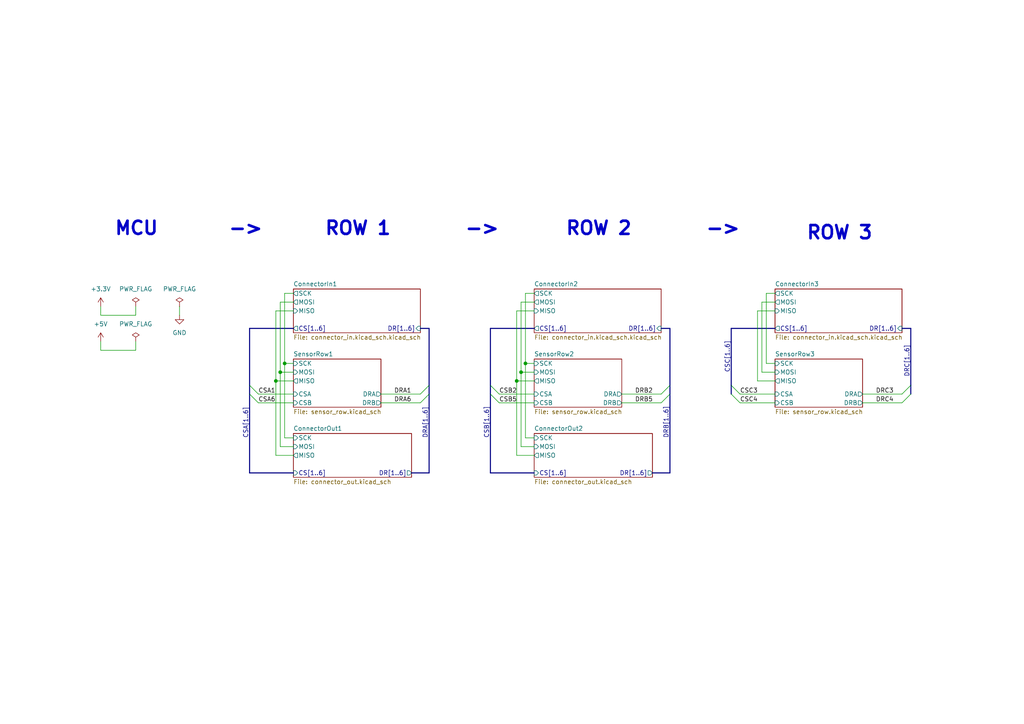
<source format=kicad_sch>
(kicad_sch (version 20230121) (generator eeschema)

  (uuid f9afaad8-ec12-4acb-8555-4f24af8e63da)

  (paper "A4")

  (lib_symbols
    (symbol "power:+3.3V" (power) (pin_names (offset 0)) (in_bom yes) (on_board yes)
      (property "Reference" "#PWR" (at 0 -3.81 0)
        (effects (font (size 1.27 1.27)) hide)
      )
      (property "Value" "+3.3V" (at 0 3.556 0)
        (effects (font (size 1.27 1.27)))
      )
      (property "Footprint" "" (at 0 0 0)
        (effects (font (size 1.27 1.27)) hide)
      )
      (property "Datasheet" "" (at 0 0 0)
        (effects (font (size 1.27 1.27)) hide)
      )
      (property "ki_keywords" "global power" (at 0 0 0)
        (effects (font (size 1.27 1.27)) hide)
      )
      (property "ki_description" "Power symbol creates a global label with name \"+3.3V\"" (at 0 0 0)
        (effects (font (size 1.27 1.27)) hide)
      )
      (symbol "+3.3V_0_1"
        (polyline
          (pts
            (xy -0.762 1.27)
            (xy 0 2.54)
          )
          (stroke (width 0) (type default))
          (fill (type none))
        )
        (polyline
          (pts
            (xy 0 0)
            (xy 0 2.54)
          )
          (stroke (width 0) (type default))
          (fill (type none))
        )
        (polyline
          (pts
            (xy 0 2.54)
            (xy 0.762 1.27)
          )
          (stroke (width 0) (type default))
          (fill (type none))
        )
      )
      (symbol "+3.3V_1_1"
        (pin power_in line (at 0 0 90) (length 0) hide
          (name "+3.3V" (effects (font (size 1.27 1.27))))
          (number "1" (effects (font (size 1.27 1.27))))
        )
      )
    )
    (symbol "power:+5V" (power) (pin_names (offset 0)) (in_bom yes) (on_board yes)
      (property "Reference" "#PWR" (at 0 -3.81 0)
        (effects (font (size 1.27 1.27)) hide)
      )
      (property "Value" "+5V" (at 0 3.556 0)
        (effects (font (size 1.27 1.27)))
      )
      (property "Footprint" "" (at 0 0 0)
        (effects (font (size 1.27 1.27)) hide)
      )
      (property "Datasheet" "" (at 0 0 0)
        (effects (font (size 1.27 1.27)) hide)
      )
      (property "ki_keywords" "global power" (at 0 0 0)
        (effects (font (size 1.27 1.27)) hide)
      )
      (property "ki_description" "Power symbol creates a global label with name \"+5V\"" (at 0 0 0)
        (effects (font (size 1.27 1.27)) hide)
      )
      (symbol "+5V_0_1"
        (polyline
          (pts
            (xy -0.762 1.27)
            (xy 0 2.54)
          )
          (stroke (width 0) (type default))
          (fill (type none))
        )
        (polyline
          (pts
            (xy 0 0)
            (xy 0 2.54)
          )
          (stroke (width 0) (type default))
          (fill (type none))
        )
        (polyline
          (pts
            (xy 0 2.54)
            (xy 0.762 1.27)
          )
          (stroke (width 0) (type default))
          (fill (type none))
        )
      )
      (symbol "+5V_1_1"
        (pin power_in line (at 0 0 90) (length 0) hide
          (name "+5V" (effects (font (size 1.27 1.27))))
          (number "1" (effects (font (size 1.27 1.27))))
        )
      )
    )
    (symbol "power:GND" (power) (pin_names (offset 0)) (in_bom yes) (on_board yes)
      (property "Reference" "#PWR" (at 0 -6.35 0)
        (effects (font (size 1.27 1.27)) hide)
      )
      (property "Value" "GND" (at 0 -3.81 0)
        (effects (font (size 1.27 1.27)))
      )
      (property "Footprint" "" (at 0 0 0)
        (effects (font (size 1.27 1.27)) hide)
      )
      (property "Datasheet" "" (at 0 0 0)
        (effects (font (size 1.27 1.27)) hide)
      )
      (property "ki_keywords" "global power" (at 0 0 0)
        (effects (font (size 1.27 1.27)) hide)
      )
      (property "ki_description" "Power symbol creates a global label with name \"GND\" , ground" (at 0 0 0)
        (effects (font (size 1.27 1.27)) hide)
      )
      (symbol "GND_0_1"
        (polyline
          (pts
            (xy 0 0)
            (xy 0 -1.27)
            (xy 1.27 -1.27)
            (xy 0 -2.54)
            (xy -1.27 -1.27)
            (xy 0 -1.27)
          )
          (stroke (width 0) (type default))
          (fill (type none))
        )
      )
      (symbol "GND_1_1"
        (pin power_in line (at 0 0 270) (length 0) hide
          (name "GND" (effects (font (size 1.27 1.27))))
          (number "1" (effects (font (size 1.27 1.27))))
        )
      )
    )
    (symbol "power:PWR_FLAG" (power) (pin_numbers hide) (pin_names (offset 0) hide) (in_bom yes) (on_board yes)
      (property "Reference" "#FLG" (at 0 1.905 0)
        (effects (font (size 1.27 1.27)) hide)
      )
      (property "Value" "PWR_FLAG" (at 0 3.81 0)
        (effects (font (size 1.27 1.27)))
      )
      (property "Footprint" "" (at 0 0 0)
        (effects (font (size 1.27 1.27)) hide)
      )
      (property "Datasheet" "~" (at 0 0 0)
        (effects (font (size 1.27 1.27)) hide)
      )
      (property "ki_keywords" "flag power" (at 0 0 0)
        (effects (font (size 1.27 1.27)) hide)
      )
      (property "ki_description" "Special symbol for telling ERC where power comes from" (at 0 0 0)
        (effects (font (size 1.27 1.27)) hide)
      )
      (symbol "PWR_FLAG_0_0"
        (pin power_out line (at 0 0 90) (length 0)
          (name "pwr" (effects (font (size 1.27 1.27))))
          (number "1" (effects (font (size 1.27 1.27))))
        )
      )
      (symbol "PWR_FLAG_0_1"
        (polyline
          (pts
            (xy 0 0)
            (xy 0 1.27)
            (xy -1.016 1.905)
            (xy 0 2.54)
            (xy 1.016 1.905)
            (xy 0 1.27)
          )
          (stroke (width 0) (type default))
          (fill (type none))
        )
      )
    )
  )

  (junction (at 152.4 105.41) (diameter 0) (color 0 0 0 0)
    (uuid 582c9f8a-db50-4ae4-a4f9-b97a255e2690)
  )
  (junction (at 149.86 110.49) (diameter 0) (color 0 0 0 0)
    (uuid 6ec81d54-1028-42ab-873d-f30e799361ca)
  )
  (junction (at 82.55 105.41) (diameter 0) (color 0 0 0 0)
    (uuid 9efb5009-b67a-403e-ac6d-a30dc982e676)
  )
  (junction (at 81.28 107.95) (diameter 0) (color 0 0 0 0)
    (uuid c8df350f-cc8a-419c-adb9-24128d528582)
  )
  (junction (at 80.01 110.49) (diameter 0) (color 0 0 0 0)
    (uuid ee75d072-154e-4d68-8500-1f4ee858be88)
  )
  (junction (at 151.13 107.95) (diameter 0) (color 0 0 0 0)
    (uuid f525da03-2eda-4c3a-bb7d-fc45a1b7df13)
  )

  (bus_entry (at 212.09 111.76) (size 2.54 2.54)
    (stroke (width 0) (type default))
    (uuid 09ecbc82-dea6-4efb-bbc8-4055f9e49b32)
  )
  (bus_entry (at 121.92 116.84) (size 2.54 -2.54)
    (stroke (width 0) (type default))
    (uuid 1d5ed7fa-ea83-45b0-a3a5-eb78b12302e2)
  )
  (bus_entry (at 191.77 114.3) (size 2.54 -2.54)
    (stroke (width 0) (type default))
    (uuid 2f1f7555-99f1-454d-a19d-4c532021a181)
  )
  (bus_entry (at 121.92 114.3) (size 2.54 -2.54)
    (stroke (width 0) (type default))
    (uuid 5d28b611-5c9e-48a5-94f5-5946e2968441)
  )
  (bus_entry (at 142.24 111.76) (size 2.54 2.54)
    (stroke (width 0) (type default))
    (uuid 5d710970-1231-455c-b0d4-34d08d4f5014)
  )
  (bus_entry (at 212.09 114.3) (size 2.54 2.54)
    (stroke (width 0) (type default))
    (uuid 8a2c48af-2772-4942-8a60-af7aeda4df7e)
  )
  (bus_entry (at 261.62 114.3) (size 2.54 -2.54)
    (stroke (width 0) (type default))
    (uuid b5595d04-6f03-4867-9ffe-cf4fee104b1f)
  )
  (bus_entry (at 72.39 111.76) (size 2.54 2.54)
    (stroke (width 0) (type default))
    (uuid ca4f8ab2-dc42-41c3-94da-d083bf42e2ca)
  )
  (bus_entry (at 72.39 114.3) (size 2.54 2.54)
    (stroke (width 0) (type default))
    (uuid ce50fdc3-82c0-4133-82fc-ce1bc83d7b3e)
  )
  (bus_entry (at 142.24 114.3) (size 2.54 2.54)
    (stroke (width 0) (type default))
    (uuid ea2cb9cf-5e2b-4f42-918c-4e8b54fa6c73)
  )
  (bus_entry (at 261.62 116.84) (size 2.54 -2.54)
    (stroke (width 0) (type default))
    (uuid ea62e4c9-67e5-4ce0-9978-3060ef784c28)
  )
  (bus_entry (at 191.77 116.84) (size 2.54 -2.54)
    (stroke (width 0) (type default))
    (uuid ed6e722b-6cf1-415c-a91a-daf90c1a2f85)
  )

  (wire (pts (xy 224.79 105.41) (xy 222.25 105.41))
    (stroke (width 0) (type default))
    (uuid 00ca954a-67dc-4f34-b167-7fb434c5e31f)
  )
  (wire (pts (xy 144.78 116.84) (xy 154.94 116.84))
    (stroke (width 0) (type default))
    (uuid 01c89ae3-b53c-4e20-97b3-2d3f13c559b1)
  )
  (wire (pts (xy 39.37 88.9) (xy 39.37 91.44))
    (stroke (width 0) (type default))
    (uuid 023242fc-bc69-49f8-9789-2145cb0d5a11)
  )
  (wire (pts (xy 151.13 129.54) (xy 151.13 107.95))
    (stroke (width 0) (type default))
    (uuid 032d9761-4998-401f-a1ba-f45d28b8d6d2)
  )
  (bus (pts (xy 191.77 95.25) (xy 194.31 95.25))
    (stroke (width 0) (type default))
    (uuid 079d6537-7cd1-4619-bf58-d99578104259)
  )

  (wire (pts (xy 82.55 105.41) (xy 82.55 85.09))
    (stroke (width 0) (type default))
    (uuid 0897be85-40d0-46cf-b488-1459ebd477c0)
  )
  (wire (pts (xy 219.71 110.49) (xy 224.79 110.49))
    (stroke (width 0) (type default))
    (uuid 0c9a0425-5b43-4d11-8fdf-89ce13e2670e)
  )
  (wire (pts (xy 152.4 105.41) (xy 152.4 85.09))
    (stroke (width 0) (type default))
    (uuid 0fa0385c-d57e-4388-8595-32177c9e63a6)
  )
  (wire (pts (xy 81.28 87.63) (xy 81.28 107.95))
    (stroke (width 0) (type default))
    (uuid 101b84a9-4827-4a27-a893-98c6e85ea17b)
  )
  (bus (pts (xy 142.24 114.3) (xy 142.24 137.16))
    (stroke (width 0) (type default))
    (uuid 1a209182-041a-4876-9ab8-8973a3f57bf5)
  )

  (wire (pts (xy 29.21 91.44) (xy 29.21 88.9))
    (stroke (width 0) (type default))
    (uuid 214b517f-4f8e-432d-a31d-adae99e98f34)
  )
  (bus (pts (xy 72.39 114.3) (xy 72.39 137.16))
    (stroke (width 0) (type default))
    (uuid 2267e1cd-b771-4e9f-8e2f-51508862117a)
  )

  (wire (pts (xy 222.25 85.09) (xy 224.79 85.09))
    (stroke (width 0) (type default))
    (uuid 22fc6599-66fa-44f3-aba0-b1f8c8ac5ba9)
  )
  (wire (pts (xy 154.94 87.63) (xy 151.13 87.63))
    (stroke (width 0) (type default))
    (uuid 230deea4-a4eb-47a7-b6e0-4c5ba2f0597a)
  )
  (wire (pts (xy 85.09 90.17) (xy 80.01 90.17))
    (stroke (width 0) (type default))
    (uuid 251a06fe-6d39-4b5e-a8f8-271132c0b0f6)
  )
  (wire (pts (xy 152.4 105.41) (xy 152.4 127))
    (stroke (width 0) (type default))
    (uuid 2a06279a-cd9c-4012-a788-a580786e3f96)
  )
  (wire (pts (xy 149.86 90.17) (xy 149.86 110.49))
    (stroke (width 0) (type default))
    (uuid 2bb9a7d8-4490-456b-b8e9-ea7b34c66f1e)
  )
  (wire (pts (xy 80.01 110.49) (xy 85.09 110.49))
    (stroke (width 0) (type default))
    (uuid 2cc201f4-9efc-4711-9e53-9e8d25793ac6)
  )
  (bus (pts (xy 212.09 111.76) (xy 212.09 114.3))
    (stroke (width 0) (type default))
    (uuid 334d436d-cf6b-4341-9954-72fddbc5ed30)
  )
  (bus (pts (xy 72.39 95.25) (xy 72.39 111.76))
    (stroke (width 0) (type default))
    (uuid 34b1cd90-d3a7-4f00-a7d8-2c1189bdba93)
  )

  (wire (pts (xy 151.13 107.95) (xy 154.94 107.95))
    (stroke (width 0) (type default))
    (uuid 37bc521f-528f-4924-9421-0cc48ea39cd5)
  )
  (wire (pts (xy 250.19 116.84) (xy 261.62 116.84))
    (stroke (width 0) (type default))
    (uuid 39a262de-c083-4d20-b7ee-d68093b77c6a)
  )
  (bus (pts (xy 142.24 111.76) (xy 142.24 114.3))
    (stroke (width 0) (type default))
    (uuid 40bf0b7f-a807-4618-ba3d-3c1bd2c0ffed)
  )
  (bus (pts (xy 261.62 95.25) (xy 264.16 95.25))
    (stroke (width 0) (type default))
    (uuid 4128f2bb-c546-4cd9-afda-51dbf7e68805)
  )

  (wire (pts (xy 110.49 116.84) (xy 121.92 116.84))
    (stroke (width 0) (type default))
    (uuid 44f72eac-213e-49f2-94c6-4d54199dcc88)
  )
  (wire (pts (xy 80.01 132.08) (xy 85.09 132.08))
    (stroke (width 0) (type default))
    (uuid 478e5b04-c021-4fdb-9eea-ee2b0767ff25)
  )
  (wire (pts (xy 144.78 114.3) (xy 154.94 114.3))
    (stroke (width 0) (type default))
    (uuid 49eb7323-1d5e-440a-95d4-6e42c3596c29)
  )
  (wire (pts (xy 180.34 116.84) (xy 191.77 116.84))
    (stroke (width 0) (type default))
    (uuid 4cb2e107-0b81-4eaa-a16f-3ebb7e77d059)
  )
  (bus (pts (xy 142.24 137.16) (xy 154.94 137.16))
    (stroke (width 0) (type default))
    (uuid 4d884d8a-5c78-4d23-bf81-19647706a0b6)
  )
  (bus (pts (xy 194.31 95.25) (xy 194.31 111.76))
    (stroke (width 0) (type default))
    (uuid 4debac84-7750-4161-8d9f-0a5407701a5e)
  )

  (wire (pts (xy 250.19 114.3) (xy 261.62 114.3))
    (stroke (width 0) (type default))
    (uuid 57fada5f-28ff-46d4-9eb0-481fb0b85d47)
  )
  (wire (pts (xy 224.79 90.17) (xy 219.71 90.17))
    (stroke (width 0) (type default))
    (uuid 5915feb2-3617-4a93-907b-f43aba5676bf)
  )
  (bus (pts (xy 72.39 95.25) (xy 85.09 95.25))
    (stroke (width 0) (type default))
    (uuid 5a8ad2c8-5948-4d9c-96ad-24b7bb5e509b)
  )

  (wire (pts (xy 154.94 129.54) (xy 151.13 129.54))
    (stroke (width 0) (type default))
    (uuid 66cdbd42-559d-43e8-8fcf-2cd54512d76f)
  )
  (bus (pts (xy 212.09 95.25) (xy 212.09 111.76))
    (stroke (width 0) (type default))
    (uuid 6935424b-f1f6-4932-b872-eb54047f49a1)
  )

  (wire (pts (xy 224.79 87.63) (xy 220.98 87.63))
    (stroke (width 0) (type default))
    (uuid 6973aa31-7a53-4c39-ac2c-55a13e9a15f7)
  )
  (wire (pts (xy 85.09 87.63) (xy 81.28 87.63))
    (stroke (width 0) (type default))
    (uuid 76483fa1-48e4-4a42-9e89-0f6b41d9d53c)
  )
  (bus (pts (xy 124.46 111.76) (xy 124.46 114.3))
    (stroke (width 0) (type default))
    (uuid 7690bee5-0abf-4b4e-8d61-c4b784350e49)
  )
  (bus (pts (xy 194.31 111.76) (xy 194.31 114.3))
    (stroke (width 0) (type default))
    (uuid 7952fc49-e946-4612-a2ad-cc4b4f4184f0)
  )

  (wire (pts (xy 52.07 88.9) (xy 52.07 91.44))
    (stroke (width 0) (type default))
    (uuid 7d4ad9a9-aaa8-4225-8f9a-9242f030575d)
  )
  (wire (pts (xy 82.55 105.41) (xy 82.55 127))
    (stroke (width 0) (type default))
    (uuid 828b048a-4c77-438a-a60c-887b24f3b985)
  )
  (wire (pts (xy 220.98 107.95) (xy 224.79 107.95))
    (stroke (width 0) (type default))
    (uuid 84443bed-b03a-45aa-a440-e1eeb38dc1cc)
  )
  (bus (pts (xy 124.46 114.3) (xy 124.46 137.16))
    (stroke (width 0) (type default))
    (uuid 9044a347-1392-47fa-9106-7ada5d790379)
  )

  (wire (pts (xy 110.49 114.3) (xy 121.92 114.3))
    (stroke (width 0) (type default))
    (uuid 93ad54fc-6bfa-449f-bc45-5a426ecff172)
  )
  (bus (pts (xy 124.46 95.25) (xy 124.46 111.76))
    (stroke (width 0) (type default))
    (uuid 957f87b0-7460-4681-910b-ed99b4b716c2)
  )
  (bus (pts (xy 194.31 137.16) (xy 189.23 137.16))
    (stroke (width 0) (type default))
    (uuid 96343d2b-73f5-43fc-9174-1dafe03caf4e)
  )

  (wire (pts (xy 149.86 110.49) (xy 149.86 132.08))
    (stroke (width 0) (type default))
    (uuid 963d08f8-0d13-493a-a25d-280dbec2c1ef)
  )
  (bus (pts (xy 142.24 95.25) (xy 154.94 95.25))
    (stroke (width 0) (type default))
    (uuid 971206bc-dabd-4d6d-89a9-6461c38f9e8d)
  )

  (wire (pts (xy 154.94 90.17) (xy 149.86 90.17))
    (stroke (width 0) (type default))
    (uuid 97dfef9e-67b6-485e-a289-83a793bee81b)
  )
  (wire (pts (xy 82.55 127) (xy 85.09 127))
    (stroke (width 0) (type default))
    (uuid 9a0b5cb8-3d50-4193-913c-82cf68c7d701)
  )
  (wire (pts (xy 219.71 90.17) (xy 219.71 110.49))
    (stroke (width 0) (type default))
    (uuid 9c1b8ef5-ded0-4a4c-ab77-fb47841fa153)
  )
  (wire (pts (xy 214.63 116.84) (xy 224.79 116.84))
    (stroke (width 0) (type default))
    (uuid a3b82e2e-d3cf-41b2-a61a-9a575bf1e1d5)
  )
  (wire (pts (xy 149.86 110.49) (xy 154.94 110.49))
    (stroke (width 0) (type default))
    (uuid a93f8697-3c1d-4e94-933f-7373da65d70d)
  )
  (wire (pts (xy 74.93 116.84) (xy 85.09 116.84))
    (stroke (width 0) (type default))
    (uuid ab3f604a-ca5f-40d3-95ca-036d0ae31980)
  )
  (wire (pts (xy 220.98 87.63) (xy 220.98 107.95))
    (stroke (width 0) (type default))
    (uuid b0babd17-1fc7-4f5e-9ea3-dc24ed42ee08)
  )
  (wire (pts (xy 80.01 110.49) (xy 80.01 132.08))
    (stroke (width 0) (type default))
    (uuid b13e1785-d67d-4a5e-89e5-df86e7f34e87)
  )
  (wire (pts (xy 85.09 105.41) (xy 82.55 105.41))
    (stroke (width 0) (type default))
    (uuid b2ed3aef-cc92-4e6e-ba39-0744b3f178ce)
  )
  (bus (pts (xy 121.92 95.25) (xy 124.46 95.25))
    (stroke (width 0) (type default))
    (uuid b313d0e5-30c5-48ff-81a2-91d2ff7c3c44)
  )

  (wire (pts (xy 81.28 107.95) (xy 85.09 107.95))
    (stroke (width 0) (type default))
    (uuid b3f8f3a0-a004-4273-a721-17c9d0b61f24)
  )
  (wire (pts (xy 85.09 129.54) (xy 81.28 129.54))
    (stroke (width 0) (type default))
    (uuid b404045b-154e-422f-80df-c4b9f4b3723c)
  )
  (bus (pts (xy 212.09 95.25) (xy 224.79 95.25))
    (stroke (width 0) (type default))
    (uuid b4e8f39c-f734-4866-ab5c-aec74465381f)
  )
  (bus (pts (xy 124.46 137.16) (xy 119.38 137.16))
    (stroke (width 0) (type default))
    (uuid b70aa762-0545-4d91-8856-1d6d979e0f21)
  )

  (wire (pts (xy 74.93 114.3) (xy 85.09 114.3))
    (stroke (width 0) (type default))
    (uuid b83be763-8802-4cfa-844f-e6f1fc9f4a37)
  )
  (wire (pts (xy 39.37 91.44) (xy 29.21 91.44))
    (stroke (width 0) (type default))
    (uuid bb84c92d-3366-480c-920b-698d4211b5c4)
  )
  (bus (pts (xy 142.24 95.25) (xy 142.24 111.76))
    (stroke (width 0) (type default))
    (uuid bd25ef2d-2194-44cc-bc9c-731a66e444c9)
  )
  (bus (pts (xy 72.39 137.16) (xy 85.09 137.16))
    (stroke (width 0) (type default))
    (uuid c4dec872-9d84-43d6-86d0-e91540434127)
  )

  (wire (pts (xy 80.01 90.17) (xy 80.01 110.49))
    (stroke (width 0) (type default))
    (uuid c8b7303a-f6d2-4899-b0d6-8aa13a64e7f5)
  )
  (bus (pts (xy 72.39 111.76) (xy 72.39 114.3))
    (stroke (width 0) (type default))
    (uuid ca1c9e74-b831-4b1d-b1b3-8793c91b674f)
  )

  (wire (pts (xy 149.86 132.08) (xy 154.94 132.08))
    (stroke (width 0) (type default))
    (uuid d1130fe4-5f5f-4697-b3c1-8cf84f13462f)
  )
  (wire (pts (xy 152.4 127) (xy 154.94 127))
    (stroke (width 0) (type default))
    (uuid d3787091-0d91-4337-9847-561fa8fb99f4)
  )
  (wire (pts (xy 82.55 85.09) (xy 85.09 85.09))
    (stroke (width 0) (type default))
    (uuid d5a24106-03af-4734-ac0f-becc84462c23)
  )
  (bus (pts (xy 264.16 111.76) (xy 264.16 114.3))
    (stroke (width 0) (type default))
    (uuid e0042d55-ef0d-4428-968b-0f543f4a1126)
  )
  (bus (pts (xy 194.31 114.3) (xy 194.31 137.16))
    (stroke (width 0) (type default))
    (uuid e08e81ad-3558-44da-9648-502fd2dd329c)
  )

  (wire (pts (xy 152.4 85.09) (xy 154.94 85.09))
    (stroke (width 0) (type default))
    (uuid e1f1bdde-ffdd-4398-9f4b-94842fa415f9)
  )
  (wire (pts (xy 222.25 105.41) (xy 222.25 85.09))
    (stroke (width 0) (type default))
    (uuid e703645b-d1fc-4b9b-8e1b-3e05a09ee177)
  )
  (wire (pts (xy 29.21 101.6) (xy 29.21 99.06))
    (stroke (width 0) (type default))
    (uuid e83daee6-cccb-403d-bfd5-cf87fe27263c)
  )
  (wire (pts (xy 214.63 114.3) (xy 224.79 114.3))
    (stroke (width 0) (type default))
    (uuid eb12add6-3ac7-497f-9c65-f12c0158d607)
  )
  (wire (pts (xy 154.94 105.41) (xy 152.4 105.41))
    (stroke (width 0) (type default))
    (uuid ec441b49-e04b-435f-a5a7-fa985628fe05)
  )
  (wire (pts (xy 39.37 99.06) (xy 39.37 101.6))
    (stroke (width 0) (type default))
    (uuid f410647f-476a-47b1-8c3a-a8f3b3ec13df)
  )
  (wire (pts (xy 151.13 87.63) (xy 151.13 107.95))
    (stroke (width 0) (type default))
    (uuid f509d409-b98e-45f5-9d2f-5ebd04bedcf1)
  )
  (wire (pts (xy 180.34 114.3) (xy 191.77 114.3))
    (stroke (width 0) (type default))
    (uuid f5dece59-620f-4be2-b58e-93cb6497e963)
  )
  (wire (pts (xy 81.28 129.54) (xy 81.28 107.95))
    (stroke (width 0) (type default))
    (uuid f8655156-fa2c-4f9c-a9dd-59ccabaf351e)
  )
  (bus (pts (xy 264.16 95.25) (xy 264.16 111.76))
    (stroke (width 0) (type default))
    (uuid f96295c9-2d8f-45dd-b7d2-21de2d00d37a)
  )

  (wire (pts (xy 39.37 101.6) (xy 29.21 101.6))
    (stroke (width 0) (type default))
    (uuid fd50be97-be3e-42fd-b3cf-b59174e0ba16)
  )

  (text "ROW 1" (at 93.98 68.58 0)
    (effects (font (size 3.81 3.81) (thickness 0.762) bold) (justify left bottom))
    (uuid 061f0999-e8e8-46ae-a26b-f57fe20cd227)
  )
  (text "->" (at 204.47 68.58 0)
    (effects (font (size 3.81 3.81) (thickness 0.762) bold) (justify left bottom))
    (uuid 079cc0f9-8742-42f1-8092-dc570c867ddc)
  )
  (text "ROW 2" (at 163.83 68.58 0)
    (effects (font (size 3.81 3.81) (thickness 0.762) bold) (justify left bottom))
    (uuid 30c43001-7c0d-46f6-a959-f4586e517128)
  )
  (text "->" (at 134.62 68.58 0)
    (effects (font (size 3.81 3.81) (thickness 0.762) bold) (justify left bottom))
    (uuid bd7d66a0-921f-49ec-b928-3fc0c36cc84d)
  )
  (text "MCU" (at 33.02 68.58 0)
    (effects (font (size 3.81 3.81) (thickness 0.762) bold) (justify left bottom))
    (uuid bd99a99a-e932-4065-8662-13c5196c284c)
  )
  (text "->" (at 66.04 68.58 0)
    (effects (font (size 3.81 3.81) (thickness 0.762) bold) (justify left bottom))
    (uuid d64b941e-6870-4207-9f3d-a055514e4e25)
  )
  (text "ROW 3" (at 233.68 69.85 0)
    (effects (font (size 3.81 3.81) (thickness 0.762) bold) (justify left bottom))
    (uuid fb09ba1d-3c42-4ffb-986f-61dca0f5b691)
  )

  (label "CSC[1..6]" (at 212.09 107.95 90) (fields_autoplaced)
    (effects (font (size 1.27 1.27)) (justify left bottom))
    (uuid 0063ccdd-1d43-4d80-8a3b-ce175f8ee927)
  )
  (label "DRA[1..6]" (at 124.46 127 90) (fields_autoplaced)
    (effects (font (size 1.27 1.27)) (justify left bottom))
    (uuid 062ca760-e57c-454a-993d-744ad91ea828)
  )
  (label "CSB[1..6]" (at 142.24 127 90) (fields_autoplaced)
    (effects (font (size 1.27 1.27)) (justify left bottom))
    (uuid 1f926408-51cf-4b3b-9831-07e5c919d067)
  )
  (label "DRA6" (at 114.3 116.84 0) (fields_autoplaced)
    (effects (font (size 1.27 1.27)) (justify left bottom))
    (uuid 2aa8855a-dc54-41af-b66e-64a26fb51f23)
  )
  (label "CSA1" (at 74.93 114.3 0) (fields_autoplaced)
    (effects (font (size 1.27 1.27)) (justify left bottom))
    (uuid 2c8bdf03-a06c-4e50-9853-bddc4653e4c0)
  )
  (label "CSB2" (at 144.78 114.3 0) (fields_autoplaced)
    (effects (font (size 1.27 1.27)) (justify left bottom))
    (uuid 33dc4b74-7e07-4084-8a00-b03ab1e0fd1f)
  )
  (label "DRC[1..6]" (at 264.16 109.22 90) (fields_autoplaced)
    (effects (font (size 1.27 1.27)) (justify left bottom))
    (uuid 352e3ee0-7fd6-4a93-bfce-36f7dd048c93)
  )
  (label "DRB2" (at 184.15 114.3 0) (fields_autoplaced)
    (effects (font (size 1.27 1.27)) (justify left bottom))
    (uuid 387f230a-0fba-4fc5-af34-7e0294546282)
  )
  (label "CSC4" (at 214.63 116.84 0) (fields_autoplaced)
    (effects (font (size 1.27 1.27)) (justify left bottom))
    (uuid 50202238-8550-41b4-b2e4-5e6f4674397e)
  )
  (label "CSA6" (at 74.93 116.84 0) (fields_autoplaced)
    (effects (font (size 1.27 1.27)) (justify left bottom))
    (uuid 5f7dfde7-5fa4-45b7-8cf3-07f647566abe)
  )
  (label "DRC4" (at 254 116.84 0) (fields_autoplaced)
    (effects (font (size 1.27 1.27)) (justify left bottom))
    (uuid 63444c8e-7b9e-4914-8884-61a9e3130521)
  )
  (label "DRB[1..6]" (at 194.31 127 90) (fields_autoplaced)
    (effects (font (size 1.27 1.27)) (justify left bottom))
    (uuid 6c93d2aa-6b70-4e07-a927-3a32a1e9b86c)
  )
  (label "DRC3" (at 254 114.3 0) (fields_autoplaced)
    (effects (font (size 1.27 1.27)) (justify left bottom))
    (uuid 7552e2b9-828a-4c4e-bd1f-cc138dab0431)
  )
  (label "DRA1" (at 114.3 114.3 0) (fields_autoplaced)
    (effects (font (size 1.27 1.27)) (justify left bottom))
    (uuid 7a4d0ea3-0cdb-444a-9889-d34e1fbab7b8)
  )
  (label "CSC3" (at 214.63 114.3 0) (fields_autoplaced)
    (effects (font (size 1.27 1.27)) (justify left bottom))
    (uuid 7f69f356-72b3-446a-afcf-699a459ba957)
  )
  (label "DRB5" (at 184.15 116.84 0) (fields_autoplaced)
    (effects (font (size 1.27 1.27)) (justify left bottom))
    (uuid ab9a47b1-2f7a-429e-a037-c4cec524613f)
  )
  (label "CSB5" (at 144.78 116.84 0) (fields_autoplaced)
    (effects (font (size 1.27 1.27)) (justify left bottom))
    (uuid b6f5dd49-565a-4da4-9747-848f76ceb06f)
  )
  (label "CSA[1..6]" (at 72.39 127 90) (fields_autoplaced)
    (effects (font (size 1.27 1.27)) (justify left bottom))
    (uuid c96daf4e-4e8d-4c1a-887a-a8361ef52a0d)
  )

  (symbol (lib_id "power:PWR_FLAG") (at 39.37 88.9 0) (unit 1)
    (in_bom yes) (on_board yes) (dnp no) (fields_autoplaced)
    (uuid 38dd0e66-55ad-4fcc-9a92-33fc34dc96f9)
    (property "Reference" "#FLG01" (at 39.37 86.995 0)
      (effects (font (size 1.27 1.27)) hide)
    )
    (property "Value" "PWR_FLAG" (at 39.37 83.82 0)
      (effects (font (size 1.27 1.27)))
    )
    (property "Footprint" "" (at 39.37 88.9 0)
      (effects (font (size 1.27 1.27)) hide)
    )
    (property "Datasheet" "~" (at 39.37 88.9 0)
      (effects (font (size 1.27 1.27)) hide)
    )
    (pin "1" (uuid 82b4a299-d4b9-4438-8e1b-44e54a0da99e))
    (instances
      (project "SensorNode"
        (path "/f9afaad8-ec12-4acb-8555-4f24af8e63da"
          (reference "#FLG01") (unit 1)
        )
      )
    )
  )

  (symbol (lib_id "power:PWR_FLAG") (at 52.07 88.9 0) (unit 1)
    (in_bom yes) (on_board yes) (dnp no) (fields_autoplaced)
    (uuid 4bd2432b-e70e-4bc7-8a0c-afa648862129)
    (property "Reference" "#FLG02" (at 52.07 86.995 0)
      (effects (font (size 1.27 1.27)) hide)
    )
    (property "Value" "PWR_FLAG" (at 52.07 83.82 0)
      (effects (font (size 1.27 1.27)))
    )
    (property "Footprint" "" (at 52.07 88.9 0)
      (effects (font (size 1.27 1.27)) hide)
    )
    (property "Datasheet" "~" (at 52.07 88.9 0)
      (effects (font (size 1.27 1.27)) hide)
    )
    (pin "1" (uuid c82e92b4-a13b-40f8-8730-dd140784886e))
    (instances
      (project "SensorNode"
        (path "/f9afaad8-ec12-4acb-8555-4f24af8e63da"
          (reference "#FLG02") (unit 1)
        )
      )
    )
  )

  (symbol (lib_id "power:GND") (at 52.07 91.44 0) (unit 1)
    (in_bom yes) (on_board yes) (dnp no) (fields_autoplaced)
    (uuid 4c2c197c-c793-4c0a-abc8-de961c351887)
    (property "Reference" "#PWR0133" (at 52.07 97.79 0)
      (effects (font (size 1.27 1.27)) hide)
    )
    (property "Value" "GND" (at 52.07 96.52 0)
      (effects (font (size 1.27 1.27)))
    )
    (property "Footprint" "" (at 52.07 91.44 0)
      (effects (font (size 1.27 1.27)) hide)
    )
    (property "Datasheet" "" (at 52.07 91.44 0)
      (effects (font (size 1.27 1.27)) hide)
    )
    (pin "1" (uuid 7c1741ed-e874-464d-a4a0-64f8016bd572))
    (instances
      (project "SensorNode"
        (path "/f9afaad8-ec12-4acb-8555-4f24af8e63da"
          (reference "#PWR0133") (unit 1)
        )
      )
    )
  )

  (symbol (lib_id "power:PWR_FLAG") (at 39.37 99.06 0) (unit 1)
    (in_bom yes) (on_board yes) (dnp no) (fields_autoplaced)
    (uuid 5d6995e5-5e5a-49d5-b0ed-021c4edfac60)
    (property "Reference" "#FLG03" (at 39.37 97.155 0)
      (effects (font (size 1.27 1.27)) hide)
    )
    (property "Value" "PWR_FLAG" (at 39.37 93.98 0)
      (effects (font (size 1.27 1.27)))
    )
    (property "Footprint" "" (at 39.37 99.06 0)
      (effects (font (size 1.27 1.27)) hide)
    )
    (property "Datasheet" "~" (at 39.37 99.06 0)
      (effects (font (size 1.27 1.27)) hide)
    )
    (pin "1" (uuid a19666ed-9a84-4904-9cac-9754cf7f1c24))
    (instances
      (project "SensorNode"
        (path "/f9afaad8-ec12-4acb-8555-4f24af8e63da"
          (reference "#FLG03") (unit 1)
        )
      )
    )
  )

  (symbol (lib_id "power:+5V") (at 29.21 99.06 0) (unit 1)
    (in_bom yes) (on_board yes) (dnp no) (fields_autoplaced)
    (uuid 9c877f5c-7466-48ab-be55-db93de8bfb1f)
    (property "Reference" "#PWR0134" (at 29.21 102.87 0)
      (effects (font (size 1.27 1.27)) hide)
    )
    (property "Value" "+5V" (at 29.21 93.98 0)
      (effects (font (size 1.27 1.27)))
    )
    (property "Footprint" "" (at 29.21 99.06 0)
      (effects (font (size 1.27 1.27)) hide)
    )
    (property "Datasheet" "" (at 29.21 99.06 0)
      (effects (font (size 1.27 1.27)) hide)
    )
    (pin "1" (uuid 8203b42e-9670-47cd-960c-2a75a023fd4c))
    (instances
      (project "SensorNode"
        (path "/f9afaad8-ec12-4acb-8555-4f24af8e63da"
          (reference "#PWR0134") (unit 1)
        )
      )
    )
  )

  (symbol (lib_id "power:+3.3V") (at 29.21 88.9 0) (unit 1)
    (in_bom yes) (on_board yes) (dnp no) (fields_autoplaced)
    (uuid c5d58cac-54ac-45aa-bb63-59f537cc940b)
    (property "Reference" "#PWR0132" (at 29.21 92.71 0)
      (effects (font (size 1.27 1.27)) hide)
    )
    (property "Value" "+3.3V" (at 29.21 83.82 0)
      (effects (font (size 1.27 1.27)))
    )
    (property "Footprint" "" (at 29.21 88.9 0)
      (effects (font (size 1.27 1.27)) hide)
    )
    (property "Datasheet" "" (at 29.21 88.9 0)
      (effects (font (size 1.27 1.27)) hide)
    )
    (pin "1" (uuid 7290ea6e-b561-4664-bc21-c533de21a0b1))
    (instances
      (project "SensorNode"
        (path "/f9afaad8-ec12-4acb-8555-4f24af8e63da"
          (reference "#PWR0132") (unit 1)
        )
      )
    )
  )

  (sheet (at 85.09 104.14) (size 25.4 13.97) (fields_autoplaced)
    (stroke (width 0.1524) (type solid))
    (fill (color 0 0 0 0.0000))
    (uuid 1502db71-22d1-4416-b8f1-54b2295be365)
    (property "Sheetname" "SensorRow1" (at 85.09 103.4284 0)
      (effects (font (size 1.27 1.27)) (justify left bottom))
    )
    (property "Sheetfile" "sensor_row.kicad_sch" (at 85.09 118.6946 0)
      (effects (font (size 1.27 1.27)) (justify left top))
    )
    (pin "DRB" output (at 110.49 116.84 0)
      (effects (font (size 1.27 1.27)) (justify right))
      (uuid 39b33cb4-9749-4331-a28c-b692decbb605)
    )
    (pin "DRA" output (at 110.49 114.3 0)
      (effects (font (size 1.27 1.27)) (justify right))
      (uuid 92cf4673-1449-4e81-8e01-9c5c6ea59738)
    )
    (pin "MISO" output (at 85.09 110.49 180)
      (effects (font (size 1.27 1.27)) (justify left))
      (uuid 0dc2ab17-5fe9-486a-b848-501f1f631cb7)
    )
    (pin "MOSI" input (at 85.09 107.95 180)
      (effects (font (size 1.27 1.27)) (justify left))
      (uuid 917fe7a6-a7cc-4be9-9b7d-153d37ec315d)
    )
    (pin "CSA" input (at 85.09 114.3 180)
      (effects (font (size 1.27 1.27)) (justify left))
      (uuid d0bf33e7-c22a-4385-91a9-799e222cb984)
    )
    (pin "SCK" input (at 85.09 105.41 180)
      (effects (font (size 1.27 1.27)) (justify left))
      (uuid 02e9e559-fd09-4b09-beab-446782057a94)
    )
    (pin "CSB" input (at 85.09 116.84 180)
      (effects (font (size 1.27 1.27)) (justify left))
      (uuid 5be43a7d-b9c8-4d39-8402-2eb3597d7a3e)
    )
    (instances
      (project "SensorNode"
        (path "/f9afaad8-ec12-4acb-8555-4f24af8e63da" (page "10"))
      )
    )
  )

  (sheet (at 224.79 104.14) (size 25.4 13.97) (fields_autoplaced)
    (stroke (width 0.1524) (type solid))
    (fill (color 0 0 0 0.0000))
    (uuid 2482c368-1f86-4937-9580-92434d26759f)
    (property "Sheetname" "SensorRow3" (at 224.79 103.4284 0)
      (effects (font (size 1.27 1.27)) (justify left bottom))
    )
    (property "Sheetfile" "sensor_row.kicad_sch" (at 224.79 118.6946 0)
      (effects (font (size 1.27 1.27)) (justify left top))
    )
    (pin "DRB" output (at 250.19 116.84 0)
      (effects (font (size 1.27 1.27)) (justify right))
      (uuid ca26578a-9d57-4fff-a312-cc07aa266dfc)
    )
    (pin "DRA" output (at 250.19 114.3 0)
      (effects (font (size 1.27 1.27)) (justify right))
      (uuid 3615024f-a65e-4ab4-9995-a5983595fdbb)
    )
    (pin "MISO" output (at 224.79 110.49 180)
      (effects (font (size 1.27 1.27)) (justify left))
      (uuid 40e93db7-2e7b-44ba-b1ac-0e508acf1023)
    )
    (pin "MOSI" input (at 224.79 107.95 180)
      (effects (font (size 1.27 1.27)) (justify left))
      (uuid da1c4bf0-1df9-45b3-8570-20cbcb71917a)
    )
    (pin "CSA" input (at 224.79 114.3 180)
      (effects (font (size 1.27 1.27)) (justify left))
      (uuid 2e14af7a-5f83-47aa-97f3-3f208ca8ad12)
    )
    (pin "SCK" input (at 224.79 105.41 180)
      (effects (font (size 1.27 1.27)) (justify left))
      (uuid 6d8da4c7-7e92-452c-a9e7-01d77ebe7c7e)
    )
    (pin "CSB" input (at 224.79 116.84 180)
      (effects (font (size 1.27 1.27)) (justify left))
      (uuid 97a01810-dcc9-4890-b5a5-cba88eadc92a)
    )
    (instances
      (project "SensorNode"
        (path "/f9afaad8-ec12-4acb-8555-4f24af8e63da" (page "24"))
      )
    )
  )

  (sheet (at 154.94 104.14) (size 25.4 13.97) (fields_autoplaced)
    (stroke (width 0.1524) (type solid))
    (fill (color 0 0 0 0.0000))
    (uuid 407f41ae-ca86-429f-9b80-a7a49df529f0)
    (property "Sheetname" "SensorRow2" (at 154.94 103.4284 0)
      (effects (font (size 1.27 1.27)) (justify left bottom))
    )
    (property "Sheetfile" "sensor_row.kicad_sch" (at 154.94 118.6946 0)
      (effects (font (size 1.27 1.27)) (justify left top))
    )
    (pin "DRB" output (at 180.34 116.84 0)
      (effects (font (size 1.27 1.27)) (justify right))
      (uuid ed5590f0-e8d6-4fd9-94cb-ffb0dbd9f6fd)
    )
    (pin "DRA" output (at 180.34 114.3 0)
      (effects (font (size 1.27 1.27)) (justify right))
      (uuid 85850e0a-ef2c-4471-a000-707b7f0f5ce5)
    )
    (pin "MISO" output (at 154.94 110.49 180)
      (effects (font (size 1.27 1.27)) (justify left))
      (uuid 1b5383dd-ebec-4f1f-8609-3fa513b1c778)
    )
    (pin "MOSI" input (at 154.94 107.95 180)
      (effects (font (size 1.27 1.27)) (justify left))
      (uuid 5ceb8169-23cb-4bb7-88ce-35b14ae05fcd)
    )
    (pin "CSA" input (at 154.94 114.3 180)
      (effects (font (size 1.27 1.27)) (justify left))
      (uuid 97407f18-87a3-454b-ab28-e969cd388ec4)
    )
    (pin "SCK" input (at 154.94 105.41 180)
      (effects (font (size 1.27 1.27)) (justify left))
      (uuid 2f7d6a42-ebcf-4ee1-ad21-9a9baeda02d8)
    )
    (pin "CSB" input (at 154.94 116.84 180)
      (effects (font (size 1.27 1.27)) (justify left))
      (uuid 1e7b3b62-bfd2-452f-9151-924ffd263f33)
    )
    (instances
      (project "SensorNode"
        (path "/f9afaad8-ec12-4acb-8555-4f24af8e63da" (page "13"))
      )
    )
  )

  (sheet (at 154.94 125.73) (size 34.29 12.7) (fields_autoplaced)
    (stroke (width 0.1524) (type solid))
    (fill (color 0 0 0 0.0000))
    (uuid 5eab1850-5ba7-43b2-8afd-3496df17c21b)
    (property "Sheetname" "ConnectorOut2" (at 154.94 125.0184 0)
      (effects (font (size 1.27 1.27)) (justify left bottom))
    )
    (property "Sheetfile" "connector_out.kicad_sch" (at 154.94 139.0146 0)
      (effects (font (size 1.27 1.27)) (justify left top))
    )
    (pin "DR[1..6]" output (at 189.23 137.16 0)
      (effects (font (size 1.27 1.27)) (justify right))
      (uuid 2f3faf0a-87bd-4a41-b490-8112b8b53d12)
    )
    (pin "CS[1..6]" input (at 154.94 137.16 180)
      (effects (font (size 1.27 1.27)) (justify left))
      (uuid 06be8556-30f2-4b5f-af61-a7074c1aa4b0)
    )
    (pin "MOSI" input (at 154.94 129.54 180)
      (effects (font (size 1.27 1.27)) (justify left))
      (uuid ff2a9c6a-2b34-4b7d-9534-3fc98e9e828e)
    )
    (pin "SCK" input (at 154.94 127 180)
      (effects (font (size 1.27 1.27)) (justify left))
      (uuid 0de84219-7078-4879-9eab-e6b0cbddcf0c)
    )
    (pin "MISO" output (at 154.94 132.08 180)
      (effects (font (size 1.27 1.27)) (justify left))
      (uuid 9a197ebd-a35f-4d0e-8ad9-ecd10a7492d3)
    )
    (instances
      (project "SensorNode"
        (path "/f9afaad8-ec12-4acb-8555-4f24af8e63da" (page "15"))
      )
    )
  )

  (sheet (at 224.79 83.82) (size 36.83 12.7) (fields_autoplaced)
    (stroke (width 0.1524) (type solid))
    (fill (color 0 0 0 0.0000))
    (uuid af1e191b-0d5a-4c12-954c-6698dc463854)
    (property "Sheetname" "ConnectorIn3" (at 224.79 83.1084 0)
      (effects (font (size 1.27 1.27)) (justify left bottom))
    )
    (property "Sheetfile" "connector_in.kicad_sch.kicad_sch" (at 224.79 97.1046 0)
      (effects (font (size 1.27 1.27)) (justify left top))
    )
    (pin "SCK" output (at 224.79 85.09 180)
      (effects (font (size 1.27 1.27)) (justify left))
      (uuid 43029f42-7cba-4350-9aec-72cde53add48)
    )
    (pin "MOSI" output (at 224.79 87.63 180)
      (effects (font (size 1.27 1.27)) (justify left))
      (uuid 17bf872a-e586-413a-83e9-68a94ae370e0)
    )
    (pin "MISO" input (at 224.79 90.17 180)
      (effects (font (size 1.27 1.27)) (justify left))
      (uuid 3bacd1c1-bd7d-4b8a-a8df-1e6a6c41d88a)
    )
    (pin "DR[1..6]" input (at 261.62 95.25 0)
      (effects (font (size 1.27 1.27)) (justify right))
      (uuid d49e3112-adb7-4dc9-a530-b040f394b00c)
    )
    (pin "CS[1..6]" output (at 224.79 95.25 180)
      (effects (font (size 1.27 1.27)) (justify left))
      (uuid ce81ab93-b4f7-4f2a-a344-8fa8744bc154)
    )
    (instances
      (project "SensorNode"
        (path "/f9afaad8-ec12-4acb-8555-4f24af8e63da" (page "25"))
      )
    )
  )

  (sheet (at 85.09 125.73) (size 34.29 12.7) (fields_autoplaced)
    (stroke (width 0.1524) (type solid))
    (fill (color 0 0 0 0.0000))
    (uuid e4efc7d8-79f0-4b48-b685-d62e1b13b95b)
    (property "Sheetname" "ConnectorOut1" (at 85.09 125.0184 0)
      (effects (font (size 1.27 1.27)) (justify left bottom))
    )
    (property "Sheetfile" "connector_out.kicad_sch" (at 85.09 139.0146 0)
      (effects (font (size 1.27 1.27)) (justify left top))
    )
    (pin "DR[1..6]" output (at 119.38 137.16 0)
      (effects (font (size 1.27 1.27)) (justify right))
      (uuid d9d42b85-13f2-44df-a437-23fde23d0b4a)
    )
    (pin "CS[1..6]" input (at 85.09 137.16 180)
      (effects (font (size 1.27 1.27)) (justify left))
      (uuid 212b5c72-8bc3-4c8e-9610-60d21fe4a722)
    )
    (pin "MOSI" input (at 85.09 129.54 180)
      (effects (font (size 1.27 1.27)) (justify left))
      (uuid 6a583ed0-5e15-4b88-9233-88b1957d0279)
    )
    (pin "SCK" input (at 85.09 127 180)
      (effects (font (size 1.27 1.27)) (justify left))
      (uuid 5e42a1e7-2d62-4805-a855-0d603be75e1e)
    )
    (pin "MISO" output (at 85.09 132.08 180)
      (effects (font (size 1.27 1.27)) (justify left))
      (uuid c792b83a-0948-46ed-888b-84f249ce7681)
    )
    (instances
      (project "SensorNode"
        (path "/f9afaad8-ec12-4acb-8555-4f24af8e63da" (page "12"))
      )
    )
  )

  (sheet (at 154.94 83.82) (size 36.83 12.7) (fields_autoplaced)
    (stroke (width 0.1524) (type solid))
    (fill (color 0 0 0 0.0000))
    (uuid fd758c2b-769d-4773-9001-1a02def9017e)
    (property "Sheetname" "ConnectorIn2" (at 154.94 83.1084 0)
      (effects (font (size 1.27 1.27)) (justify left bottom))
    )
    (property "Sheetfile" "connector_in.kicad_sch.kicad_sch" (at 154.94 97.1046 0)
      (effects (font (size 1.27 1.27)) (justify left top))
    )
    (pin "SCK" output (at 154.94 85.09 180)
      (effects (font (size 1.27 1.27)) (justify left))
      (uuid 26012b4f-730e-4054-a709-86c9276e9927)
    )
    (pin "MOSI" output (at 154.94 87.63 180)
      (effects (font (size 1.27 1.27)) (justify left))
      (uuid ecceda9c-2748-491d-a8f7-f984eb94de2e)
    )
    (pin "MISO" input (at 154.94 90.17 180)
      (effects (font (size 1.27 1.27)) (justify left))
      (uuid bfb91943-a020-4849-88c0-87d5973d9b02)
    )
    (pin "DR[1..6]" input (at 191.77 95.25 0)
      (effects (font (size 1.27 1.27)) (justify right))
      (uuid d80faf3a-3346-462c-9a73-2df9c2907f0e)
    )
    (pin "CS[1..6]" output (at 154.94 95.25 180)
      (effects (font (size 1.27 1.27)) (justify left))
      (uuid 30eec1a5-24e8-429d-85a7-4173be2cd6d7)
    )
    (instances
      (project "SensorNode"
        (path "/f9afaad8-ec12-4acb-8555-4f24af8e63da" (page "14"))
      )
    )
  )

  (sheet (at 85.09 83.82) (size 36.83 12.7) (fields_autoplaced)
    (stroke (width 0.1524) (type solid))
    (fill (color 0 0 0 0.0000))
    (uuid fe0f83c2-c3bf-409f-ac05-79d91c87632a)
    (property "Sheetname" "ConnectorIn1" (at 85.09 83.1084 0)
      (effects (font (size 1.27 1.27)) (justify left bottom))
    )
    (property "Sheetfile" "connector_in.kicad_sch.kicad_sch" (at 85.09 97.1046 0)
      (effects (font (size 1.27 1.27)) (justify left top))
    )
    (pin "SCK" output (at 85.09 85.09 180)
      (effects (font (size 1.27 1.27)) (justify left))
      (uuid f40162c0-65e5-481b-889b-0e0bc92fd048)
    )
    (pin "MOSI" output (at 85.09 87.63 180)
      (effects (font (size 1.27 1.27)) (justify left))
      (uuid aad9e7c2-9185-4539-8779-8531827690bb)
    )
    (pin "MISO" input (at 85.09 90.17 180)
      (effects (font (size 1.27 1.27)) (justify left))
      (uuid 7f4a2cfb-f0b9-48cf-a416-fc0045ad0c6b)
    )
    (pin "DR[1..6]" input (at 121.92 95.25 0)
      (effects (font (size 1.27 1.27)) (justify right))
      (uuid 55dc2268-5cac-47fd-9324-61f44fc1834d)
    )
    (pin "CS[1..6]" output (at 85.09 95.25 180)
      (effects (font (size 1.27 1.27)) (justify left))
      (uuid a2734618-4ead-4be0-8381-2a4667460fa9)
    )
    (instances
      (project "SensorNode"
        (path "/f9afaad8-ec12-4acb-8555-4f24af8e63da" (page "11"))
      )
    )
  )

  (sheet_instances
    (path "/" (page "1"))
  )
)

</source>
